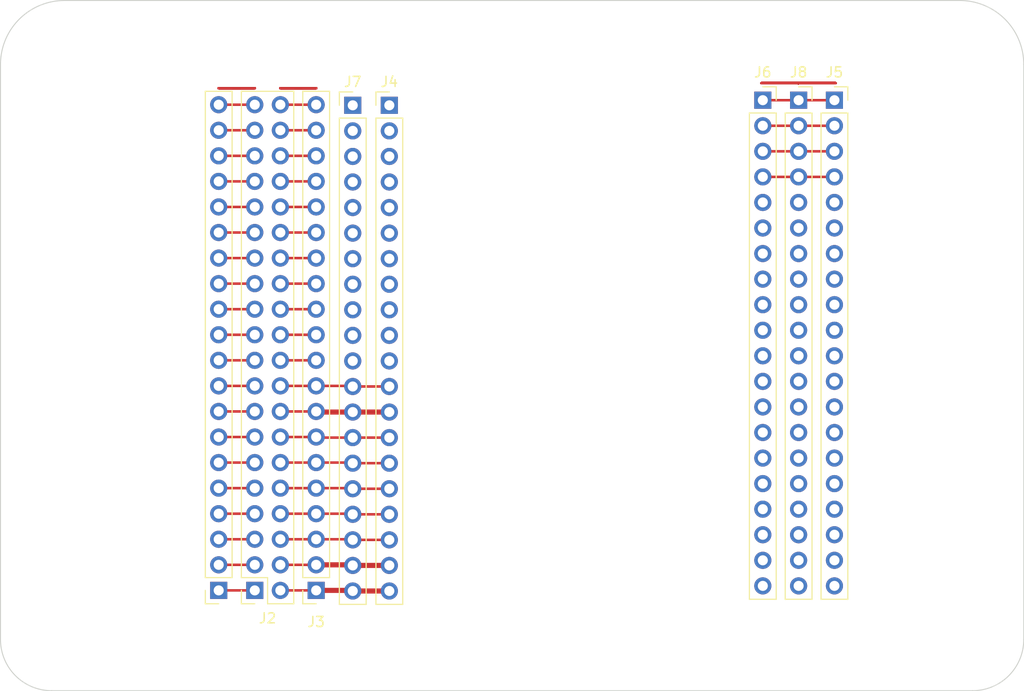
<source format=kicad_pcb>
(kicad_pcb (version 20221018) (generator pcbnew)
  (layers (0 "F.Cu" signal) (31 "B.Cu" signal) (34 "B.Paste" user) (35 "F.Paste" user) (36 "B.SilkS" user "B.Silkscreen") (37 "F.SilkS" user "F.Silkscreen") (38 "B.Mask" user) (39 "F.Mask" user) (44 "Edge.Cuts" user))
  (net 0 "")
  (net 1 "Net-(J5-Pin_1)")
  (net 2 "Net-(J5-Pin_2)")
  (net 3 "Net-(J5-Pin_3)")
  (net 4 "Net-(J5-Pin_4)")
  (net 5 "Net-(J5-Pin_5)")
  (net 6 "Net-(J5-Pin_6)")
  (net 7 "Net-(J5-Pin_7)")
  (net 8 "Net-(J5-Pin_8)")
  (net 9 "Net-(J5-Pin_9)")
  (net 10 "Net-(J5-Pin_10)")
  (net 11 "Net-(J5-Pin_11)")
  (net 12 "Net-(J5-Pin_12)")
  (net 13 "Net-(J5-Pin_13)")
  (net 14 "Net-(J5-Pin_14)")
  (net 15 "Net-(J5-Pin_15)")
  (net 16 "Net-(J5-Pin_16)")
  (net 17 "Net-(J5-Pin_17)")
  (net 18 "Net-(J5-Pin_18)")
  (net 19 "Net-(J5-Pin_19)")
  (net 20 "Net-(J5-Pin_20)")
  (net 21 "Net-(J1-Pin_2)")
  (net 22 "Net-(J1-Pin_1)")
  (net 23 "Net-(J1-Pin_4)")
  (net 24 "Net-(J1-Pin_6)")
  (net 25 "Net-(J1-Pin_8)")
  (net 26 "Net-(J1-Pin_10)")
  (net 27 "Net-(J1-Pin_12)")
  (net 28 "Net-(J1-Pin_14)")
  (net 29 "Net-(J1-Pin_16)")
  (net 30 "Net-(J1-Pin_18)")
  (net 31 "Net-(J1-Pin_3)")
  (net 32 "Net-(J1-Pin_5)")
  (net 33 "Net-(J1-Pin_7)")
  (net 34 "Net-(J1-Pin_9)")
  (net 35 "Net-(J1-Pin_11)")
  (net 36 "Net-(J1-Pin_13)")
  (net 37 "Net-(J1-Pin_15)")
  (net 38 "Net-(J1-Pin_17)")
  (net 39 "Net-(J1-Pin_19)")
  (net 40 "Net-(J1-Pin_20)")
  (net 41 "Net-(J2-Pin_40)")
  (net 42 "Net-(J2-Pin_38)")
  (net 43 "Net-(J2-Pin_36)")
  (net 44 "Net-(J2-Pin_34)")
  (net 45 "Net-(J2-Pin_32)")
  (net 46 "Net-(J2-Pin_30)")
  (net 47 "Net-(J2-Pin_28)")
  (net 48 "Net-(J2-Pin_26)")
  (net 49 "Net-(J2-Pin_24)")
  (net 50 "Net-(J2-Pin_22)")
  (net 51 "Net-(J2-Pin_20)")
  (net 52 "Net-(J2-Pin_18)")
  (net 53 "Net-(J2-Pin_16)")
  (net 54 "Net-(J2-Pin_14)")
  (net 55 "Net-(J2-Pin_12)")
  (net 56 "Net-(J2-Pin_10)")
  (net 57 "Net-(J2-Pin_8)")
  (net 58 "Net-(J2-Pin_6)")
  (net 59 "Net-(J2-Pin_4)")
  (net 60 "Net-(J2-Pin_2)")
  (footprint "Connector_PinSocket_2.54mm:PinSocket_1x20_P2.54mm_Vertical" (layer "F.Cu") (at 151.892 60.706)
    (fp_text reference "J6" (at 0 -2.77) (layer "F.SilkS"))
    (fp_text value "Conn_01x20_Socket")
    (fp_line (start -1.33 1.27) (end -1.33 49.59) (stroke (width 0.12)) (layer "F.SilkS"))
    (fp_line (start -1.33 1.27) (end 1.33 1.27) (stroke (width 0.12)) (layer "F.SilkS"))
    (fp_line (start -1.33 49.59) (end 1.33 49.59) (stroke (width 0.12)) (layer "F.SilkS"))
    (fp_line (start 0 -1.33) (end 1.33 -1.33) (stroke (width 0.12)) (layer "F.SilkS"))
    (fp_line (start 1.33 -1.33) (end 1.33 0) (stroke (width 0.12)) (layer "F.SilkS"))
    (fp_line (start 1.33 1.27) (end 1.33 49.59) (stroke (width 0.12)) (layer "F.SilkS"))
    (pad "1" thru_hole rect (at 0 0) (size 1.7 1.7) (drill 1) (layers "*.Cu" "*.Mask") (net 1 "Net-(J5-Pin_1)"))
    (pad "2" thru_hole oval (at 0 2.54) (size 1.7 1.7) (drill 1) (layers "*.Cu" "*.Mask") (net 2 "Net-(J5-Pin_2)"))
    (pad "3" thru_hole oval (at 0 5.08) (size 1.7 1.7) (drill 1) (layers "*.Cu" "*.Mask") (net 3 "Net-(J5-Pin_3)"))
    (pad "4" thru_hole oval (at 0 7.62) (size 1.7 1.7) (drill 1) (layers "*.Cu" "*.Mask") (net 4 "Net-(J5-Pin_4)"))
    (pad "5" thru_hole oval (at 0 10.16) (size 1.7 1.7) (drill 1) (layers "*.Cu" "*.Mask") (net 5 "Net-(J5-Pin_5)"))
    (pad "6" thru_hole oval (at 0 12.7) (size 1.7 1.7) (drill 1) (layers "*.Cu" "*.Mask") (net 6 "Net-(J5-Pin_6)"))
    (pad "7" thru_hole oval (at 0 15.24) (size 1.7 1.7) (drill 1) (layers "*.Cu" "*.Mask") (net 7 "Net-(J5-Pin_7)"))
    (pad "8" thru_hole oval (at 0 17.78) (size 1.7 1.7) (drill 1) (layers "*.Cu" "*.Mask") (net 8 "Net-(J5-Pin_8)"))
    (pad "9" thru_hole oval (at 0 20.32) (size 1.7 1.7) (drill 1) (layers "*.Cu" "*.Mask") (net 9 "Net-(J5-Pin_9)"))
    (pad "10" thru_hole oval (at 0 22.86) (size 1.7 1.7) (drill 1) (layers "*.Cu" "*.Mask") (net 10 "Net-(J5-Pin_10)"))
    (pad "11" thru_hole oval (at 0 25.4) (size 1.7 1.7) (drill 1) (layers "*.Cu" "*.Mask") (net 11 "Net-(J5-Pin_11)"))
    (pad "12" thru_hole oval (at 0 27.94) (size 1.7 1.7) (drill 1) (layers "*.Cu" "*.Mask") (net 12 "Net-(J5-Pin_12)"))
    (pad "13" thru_hole oval (at 0 30.48) (size 1.7 1.7) (drill 1) (layers "*.Cu" "*.Mask") (net 13 "Net-(J5-Pin_13)"))
    (pad "14" thru_hole oval (at 0 33.02) (size 1.7 1.7) (drill 1) (layers "*.Cu" "*.Mask") (net 14 "Net-(J5-Pin_14)"))
    (pad "15" thru_hole oval (at 0 35.56) (size 1.7 1.7) (drill 1) (layers "*.Cu" "*.Mask") (net 15 "Net-(J5-Pin_15)"))
    (pad "16" thru_hole oval (at 0 38.1) (size 1.7 1.7) (drill 1) (layers "*.Cu" "*.Mask") (net 16 "Net-(J5-Pin_16)"))
    (pad "17" thru_hole oval (at 0 40.64) (size 1.7 1.7) (drill 1) (layers "*.Cu" "*.Mask") (net 17 "Net-(J5-Pin_17)"))
    (pad "18" thru_hole oval (at 0 43.18) (size 1.7 1.7) (drill 1) (layers "*.Cu" "*.Mask") (net 18 "Net-(J5-Pin_18)"))
    (pad "19" thru_hole oval (at 0 45.72) (size 1.7 1.7) (drill 1) (layers "*.Cu" "*.Mask") (net 19 "Net-(J5-Pin_19)"))
    (pad "20" thru_hole oval (at 0 48.26) (size 1.7 1.7) (drill 1) (layers "*.Cu" "*.Mask") (net 20 "Net-(J5-Pin_20)"))
  )
  (footprint "Connector_PinSocket_2.54mm:PinSocket_1x20_P2.54mm_Vertical" (layer "F.Cu") (at 159.004 60.706)
    (fp_text reference "J5" (at 0 -2.77) (layer "F.SilkS"))
    (fp_text value "Conn_01x20_Socket")
    (fp_line (start -1.33 1.27) (end -1.33 49.59) (stroke (width 0.12)) (layer "F.SilkS"))
    (fp_line (start -1.33 1.27) (end 1.33 1.27) (stroke (width 0.12)) (layer "F.SilkS"))
    (fp_line (start -1.33 49.59) (end 1.33 49.59) (stroke (width 0.12)) (layer "F.SilkS"))
    (fp_line (start 0 -1.33) (end 1.33 -1.33) (stroke (width 0.12)) (layer "F.SilkS"))
    (fp_line (start 1.33 -1.33) (end 1.33 0) (stroke (width 0.12)) (layer "F.SilkS"))
    (fp_line (start 1.33 1.27) (end 1.33 49.59) (stroke (width 0.12)) (layer "F.SilkS"))
    (pad "1" thru_hole rect (at 0 0) (size 1.7 1.7) (drill 1) (layers "*.Cu" "*.Mask") (net 1 "Net-(J5-Pin_1)"))
    (pad "2" thru_hole oval (at 0 2.54) (size 1.7 1.7) (drill 1) (layers "*.Cu" "*.Mask") (net 2 "Net-(J5-Pin_2)"))
    (pad "3" thru_hole oval (at 0 5.08) (size 1.7 1.7) (drill 1) (layers "*.Cu" "*.Mask") (net 3 "Net-(J5-Pin_3)"))
    (pad "4" thru_hole oval (at 0 7.62) (size 1.7 1.7) (drill 1) (layers "*.Cu" "*.Mask") (net 4 "Net-(J5-Pin_4)"))
    (pad "5" thru_hole oval (at 0 10.16) (size 1.7 1.7) (drill 1) (layers "*.Cu" "*.Mask") (net 5 "Net-(J5-Pin_5)"))
    (pad "6" thru_hole oval (at 0 12.7) (size 1.7 1.7) (drill 1) (layers "*.Cu" "*.Mask") (net 6 "Net-(J5-Pin_6)"))
    (pad "7" thru_hole oval (at 0 15.24) (size 1.7 1.7) (drill 1) (layers "*.Cu" "*.Mask") (net 7 "Net-(J5-Pin_7)"))
    (pad "8" thru_hole oval (at 0 17.78) (size 1.7 1.7) (drill 1) (layers "*.Cu" "*.Mask") (net 8 "Net-(J5-Pin_8)"))
    (pad "9" thru_hole oval (at 0 20.32) (size 1.7 1.7) (drill 1) (layers "*.Cu" "*.Mask") (net 9 "Net-(J5-Pin_9)"))
    (pad "10" thru_hole oval (at 0 22.86) (size 1.7 1.7) (drill 1) (layers "*.Cu" "*.Mask") (net 10 "Net-(J5-Pin_10)"))
    (pad "11" thru_hole oval (at 0 25.4) (size 1.7 1.7) (drill 1) (layers "*.Cu" "*.Mask") (net 11 "Net-(J5-Pin_11)"))
    (pad "12" thru_hole oval (at 0 27.94) (size 1.7 1.7) (drill 1) (layers "*.Cu" "*.Mask") (net 12 "Net-(J5-Pin_12)"))
    (pad "13" thru_hole oval (at 0 30.48) (size 1.7 1.7) (drill 1) (layers "*.Cu" "*.Mask") (net 13 "Net-(J5-Pin_13)"))
    (pad "14" thru_hole oval (at 0 33.02) (size 1.7 1.7) (drill 1) (layers "*.Cu" "*.Mask") (net 14 "Net-(J5-Pin_14)"))
    (pad "15" thru_hole oval (at 0 35.56) (size 1.7 1.7) (drill 1) (layers "*.Cu" "*.Mask") (net 15 "Net-(J5-Pin_15)"))
    (pad "16" thru_hole oval (at 0 38.1) (size 1.7 1.7) (drill 1) (layers "*.Cu" "*.Mask") (net 16 "Net-(J5-Pin_16)"))
    (pad "17" thru_hole oval (at 0 40.64) (size 1.7 1.7) (drill 1) (layers "*.Cu" "*.Mask") (net 17 "Net-(J5-Pin_17)"))
    (pad "18" thru_hole oval (at 0 43.18) (size 1.7 1.7) (drill 1) (layers "*.Cu" "*.Mask") (net 18 "Net-(J5-Pin_18)"))
    (pad "19" thru_hole oval (at 0 45.72) (size 1.7 1.7) (drill 1) (layers "*.Cu" "*.Mask") (net 19 "Net-(J5-Pin_19)"))
    (pad "20" thru_hole oval (at 0 48.26) (size 1.7 1.7) (drill 1) (layers "*.Cu" "*.Mask") (net 20 "Net-(J5-Pin_20)"))
  )
  (footprint "Connector_PinHeader_2.54mm:PinHeader_1x20_P2.54mm_Vertical" (layer "F.Cu") (at 114.808 61.214)
    (fp_text reference "J4" (at 0 -2.33) (layer "F.SilkS"))
    (fp_text value "Conn_01x20_Socket")
    (fp_line (start -1.33 -1.33) (end 0 -1.33) (stroke (width 0.12)) (layer "F.SilkS"))
    (fp_line (start -1.33 0) (end -1.33 -1.33) (stroke (width 0.12)) (layer "F.SilkS"))
    (fp_line (start -1.33 1.27) (end -1.33 49.59) (stroke (width 0.12)) (layer "F.SilkS"))
    (fp_line (start -1.33 1.27) (end 1.33 1.27) (stroke (width 0.12)) (layer "F.SilkS"))
    (fp_line (start -1.33 49.59) (end 1.33 49.59) (stroke (width 0.12)) (layer "F.SilkS"))
    (fp_line (start 1.33 1.27) (end 1.33 49.59) (stroke (width 0.12)) (layer "F.SilkS"))
    (pad "1" thru_hole rect (at 0 0) (size 1.7 1.7) (drill 1) (layers "*.Cu" "*.Mask") (net 41 "Net-(J2-Pin_40)"))
    (pad "2" thru_hole oval (at 0 2.54) (size 1.7 1.7) (drill 1) (layers "*.Cu" "*.Mask") (net 42 "Net-(J2-Pin_38)"))
    (pad "3" thru_hole oval (at 0 5.08) (size 1.7 1.7) (drill 1) (layers "*.Cu" "*.Mask") (net 43 "Net-(J2-Pin_36)"))
    (pad "4" thru_hole oval (at 0 7.62) (size 1.7 1.7) (drill 1) (layers "*.Cu" "*.Mask") (net 44 "Net-(J2-Pin_34)"))
    (pad "5" thru_hole oval (at 0 10.16) (size 1.7 1.7) (drill 1) (layers "*.Cu" "*.Mask") (net 45 "Net-(J2-Pin_32)"))
    (pad "6" thru_hole oval (at 0 12.7) (size 1.7 1.7) (drill 1) (layers "*.Cu" "*.Mask") (net 46 "Net-(J2-Pin_30)"))
    (pad "7" thru_hole oval (at 0 15.24) (size 1.7 1.7) (drill 1) (layers "*.Cu" "*.Mask") (net 47 "Net-(J2-Pin_28)"))
    (pad "8" thru_hole oval (at 0 17.78) (size 1.7 1.7) (drill 1) (layers "*.Cu" "*.Mask") (net 48 "Net-(J2-Pin_26)"))
    (pad "9" thru_hole oval (at 0 20.32) (size 1.7 1.7) (drill 1) (layers "*.Cu" "*.Mask") (net 49 "Net-(J2-Pin_24)"))
    (pad "10" thru_hole oval (at 0 22.86) (size 1.7 1.7) (drill 1) (layers "*.Cu" "*.Mask") (net 50 "Net-(J2-Pin_22)"))
    (pad "11" thru_hole oval (at 0 25.4) (size 1.7 1.7) (drill 1) (layers "*.Cu" "*.Mask") (net 51 "Net-(J2-Pin_20)"))
    (pad "12" thru_hole oval (at 0 27.94) (size 1.7 1.7) (drill 1) (layers "*.Cu" "*.Mask") (net 52 "Net-(J2-Pin_18)"))
    (pad "13" thru_hole oval (at 0 30.48) (size 1.7 1.7) (drill 1) (layers "*.Cu" "*.Mask") (net 53 "Net-(J2-Pin_16)"))
    (pad "14" thru_hole oval (at 0 33.02) (size 1.7 1.7) (drill 1) (layers "*.Cu" "*.Mask") (net 54 "Net-(J2-Pin_14)"))
    (pad "15" thru_hole oval (at 0 35.56) (size 1.7 1.7) (drill 1) (layers "*.Cu" "*.Mask") (net 55 "Net-(J2-Pin_12)"))
    (pad "16" thru_hole oval (at 0 38.1) (size 1.7 1.7) (drill 1) (layers "*.Cu" "*.Mask") (net 56 "Net-(J2-Pin_10)"))
    (pad "17" thru_hole oval (at 0 40.64) (size 1.7 1.7) (drill 1) (layers "*.Cu" "*.Mask") (net 57 "Net-(J2-Pin_8)"))
    (pad "18" thru_hole oval (at 0 43.18) (size 1.7 1.7) (drill 1) (layers "*.Cu" "*.Mask") (net 58 "Net-(J2-Pin_6)"))
    (pad "19" thru_hole oval (at 0 45.72) (size 1.7 1.7) (drill 1) (layers "*.Cu" "*.Mask") (net 59 "Net-(J2-Pin_4)"))
    (pad "20" thru_hole oval (at 0 48.26) (size 1.7 1.7) (drill 1) (layers "*.Cu" "*.Mask") (net 60 "Net-(J2-Pin_2)"))
  )
  (footprint "Connector_PinHeader_2.54mm:PinHeader_1x20_P2.54mm_Vertical" (layer "F.Cu") (at 111.1758 61.214)
    (fp_text reference "J7" (at 0 -2.33) (layer "F.SilkS"))
    (fp_text value "Conn_01x20_Socket")
    (fp_line (start -1.33 -1.33) (end 0 -1.33) (stroke (width 0.12)) (layer "F.SilkS"))
    (fp_line (start -1.33 0) (end -1.33 -1.33) (stroke (width 0.12)) (layer "F.SilkS"))
    (fp_line (start -1.33 1.27) (end -1.33 49.59) (stroke (width 0.12)) (layer "F.SilkS"))
    (fp_line (start -1.33 1.27) (end 1.33 1.27) (stroke (width 0.12)) (layer "F.SilkS"))
    (fp_line (start -1.33 49.59) (end 1.33 49.59) (stroke (width 0.12)) (layer "F.SilkS"))
    (fp_line (start 1.33 1.27) (end 1.33 49.59) (stroke (width 0.12)) (layer "F.SilkS"))
    (pad "1" thru_hole rect (at 0 0) (size 1.7 1.7) (drill 1) (layers "*.Cu" "*.Mask") (net 41 "Net-(J2-Pin_40)"))
    (pad "2" thru_hole oval (at 0 2.54) (size 1.7 1.7) (drill 1) (layers "*.Cu" "*.Mask") (net 42 "Net-(J2-Pin_38)"))
    (pad "3" thru_hole oval (at 0 5.08) (size 1.7 1.7) (drill 1) (layers "*.Cu" "*.Mask") (net 43 "Net-(J2-Pin_36)"))
    (pad "4" thru_hole oval (at 0 7.62) (size 1.7 1.7) (drill 1) (layers "*.Cu" "*.Mask") (net 44 "Net-(J2-Pin_34)"))
    (pad "5" thru_hole oval (at 0 10.16) (size 1.7 1.7) (drill 1) (layers "*.Cu" "*.Mask") (net 45 "Net-(J2-Pin_32)"))
    (pad "6" thru_hole oval (at 0 12.7) (size 1.7 1.7) (drill 1) (layers "*.Cu" "*.Mask") (net 46 "Net-(J2-Pin_30)"))
    (pad "7" thru_hole oval (at 0 15.24) (size 1.7 1.7) (drill 1) (layers "*.Cu" "*.Mask") (net 47 "Net-(J2-Pin_28)"))
    (pad "8" thru_hole oval (at 0 17.78) (size 1.7 1.7) (drill 1) (layers "*.Cu" "*.Mask") (net 48 "Net-(J2-Pin_26)"))
    (pad "9" thru_hole oval (at 0 20.32) (size 1.7 1.7) (drill 1) (layers "*.Cu" "*.Mask") (net 49 "Net-(J2-Pin_24)"))
    (pad "10" thru_hole oval (at 0 22.86) (size 1.7 1.7) (drill 1) (layers "*.Cu" "*.Mask") (net 50 "Net-(J2-Pin_22)"))
    (pad "11" thru_hole oval (at 0 25.4) (size 1.7 1.7) (drill 1) (layers "*.Cu" "*.Mask") (net 51 "Net-(J2-Pin_20)"))
    (pad "12" thru_hole oval (at 0 27.94) (size 1.7 1.7) (drill 1) (layers "*.Cu" "*.Mask") (net 52 "Net-(J2-Pin_18)"))
    (pad "13" thru_hole oval (at 0 30.48) (size 1.7 1.7) (drill 1) (layers "*.Cu" "*.Mask") (net 53 "Net-(J2-Pin_16)"))
    (pad "14" thru_hole oval (at 0 33.02) (size 1.7 1.7) (drill 1) (layers "*.Cu" "*.Mask") (net 54 "Net-(J2-Pin_14)"))
    (pad "15" thru_hole oval (at 0 35.56) (size 1.7 1.7) (drill 1) (layers "*.Cu" "*.Mask") (net 55 "Net-(J2-Pin_12)"))
    (pad "16" thru_hole oval (at 0 38.1) (size 1.7 1.7) (drill 1) (layers "*.Cu" "*.Mask") (net 56 "Net-(J2-Pin_10)"))
    (pad "17" thru_hole oval (at 0 40.64) (size 1.7 1.7) (drill 1) (layers "*.Cu" "*.Mask") (net 57 "Net-(J2-Pin_8)"))
    (pad "18" thru_hole oval (at 0 43.18) (size 1.7 1.7) (drill 1) (layers "*.Cu" "*.Mask") (net 58 "Net-(J2-Pin_6)"))
    (pad "19" thru_hole oval (at 0 45.72) (size 1.7 1.7) (drill 1) (layers "*.Cu" "*.Mask") (net 59 "Net-(J2-Pin_4)"))
    (pad "20" thru_hole oval (at 0 48.26) (size 1.7 1.7) (drill 1) (layers "*.Cu" "*.Mask") (net 60 "Net-(J2-Pin_2)"))
  )
  (footprint "Connector_PinSocket_2.54mm:PinSocket_1x20_P2.54mm_Vertical" (layer "F.Cu") (at 97.8662 109.414 180)
    (fp_text reference "J1" hide)
    (fp_text value "Conn_01x20_Socket" hide)
    (fp_line (start -1.33 1.27) (end -1.33 49.59) (stroke (width 0.12)) (layer "F.SilkS"))
    (fp_line (start -1.33 1.27) (end 1.33 1.27) (stroke (width 0.12)) (layer "F.SilkS"))
    (fp_line (start -1.33 49.59) (end 1.33 49.59) (stroke (width 0.12)) (layer "F.SilkS"))
    (fp_line (start 0 -1.33) (end 1.33 -1.33) (stroke (width 0.12)) (layer "F.SilkS"))
    (fp_line (start 1.33 -1.33) (end 1.33 0) (stroke (width 0.12)) (layer "F.SilkS"))
    (fp_line (start 1.33 1.27) (end 1.33 49.59) (stroke (width 0.12)) (layer "F.SilkS"))
    (pad "1" thru_hole rect (at 0 0 180) (size 1.7 1.7) (drill 1) (layers "*.Cu" "*.Mask") (net 22 "Net-(J1-Pin_1)"))
    (pad "2" thru_hole oval (at 0 2.54 180) (size 1.7 1.7) (drill 1) (layers "*.Cu" "*.Mask") (net 21 "Net-(J1-Pin_2)"))
    (pad "3" thru_hole oval (at 0 5.08 180) (size 1.7 1.7) (drill 1) (layers "*.Cu" "*.Mask") (net 31 "Net-(J1-Pin_3)"))
    (pad "4" thru_hole oval (at 0 7.62 180) (size 1.7 1.7) (drill 1) (layers "*.Cu" "*.Mask") (net 23 "Net-(J1-Pin_4)"))
    (pad "5" thru_hole oval (at 0 10.16 180) (size 1.7 1.7) (drill 1) (layers "*.Cu" "*.Mask") (net 32 "Net-(J1-Pin_5)"))
    (pad "6" thru_hole oval (at 0 12.7 180) (size 1.7 1.7) (drill 1) (layers "*.Cu" "*.Mask") (net 24 "Net-(J1-Pin_6)"))
    (pad "7" thru_hole oval (at 0 15.24 180) (size 1.7 1.7) (drill 1) (layers "*.Cu" "*.Mask") (net 33 "Net-(J1-Pin_7)"))
    (pad "8" thru_hole oval (at 0 17.78 180) (size 1.7 1.7) (drill 1) (layers "*.Cu" "*.Mask") (net 25 "Net-(J1-Pin_8)"))
    (pad "9" thru_hole oval (at 0 20.32 180) (size 1.7 1.7) (drill 1) (layers "*.Cu" "*.Mask") (net 34 "Net-(J1-Pin_9)"))
    (pad "10" thru_hole oval (at 0 22.86 180) (size 1.7 1.7) (drill 1) (layers "*.Cu" "*.Mask") (net 26 "Net-(J1-Pin_10)"))
    (pad "11" thru_hole oval (at 0 25.4 180) (size 1.7 1.7) (drill 1) (layers "*.Cu" "*.Mask") (net 35 "Net-(J1-Pin_11)"))
    (pad "12" thru_hole oval (at 0 27.94 180) (size 1.7 1.7) (drill 1) (layers "*.Cu" "*.Mask") (net 27 "Net-(J1-Pin_12)"))
    (pad "13" thru_hole oval (at 0 30.48 180) (size 1.7 1.7) (drill 1) (layers "*.Cu" "*.Mask") (net 36 "Net-(J1-Pin_13)"))
    (pad "14" thru_hole oval (at 0 33.02 180) (size 1.7 1.7) (drill 1) (layers "*.Cu" "*.Mask") (net 28 "Net-(J1-Pin_14)"))
    (pad "15" thru_hole oval (at 0 35.56 180) (size 1.7 1.7) (drill 1) (layers "*.Cu" "*.Mask") (net 37 "Net-(J1-Pin_15)"))
    (pad "16" thru_hole oval (at 0 38.1 180) (size 1.7 1.7) (drill 1) (layers "*.Cu" "*.Mask") (net 29 "Net-(J1-Pin_16)"))
    (pad "17" thru_hole oval (at 0 40.64 180) (size 1.7 1.7) (drill 1) (layers "*.Cu" "*.Mask") (net 38 "Net-(J1-Pin_17)"))
    (pad "18" thru_hole oval (at 0 43.18 180) (size 1.7 1.7) (drill 1) (layers "*.Cu" "*.Mask") (net 30 "Net-(J1-Pin_18)"))
    (pad "19" thru_hole oval (at 0 45.72 180) (size 1.7 1.7) (drill 1) (layers "*.Cu" "*.Mask") (net 39 "Net-(J1-Pin_19)"))
    (pad "20" thru_hole oval (at 0 48.26 180) (size 1.7 1.7) (drill 1) (layers "*.Cu" "*.Mask") (net 40 "Net-(J1-Pin_20)"))
  )
  (footprint "Connector_PinSocket_2.54mm:PinSocket_1x20_P2.54mm_Vertical" (layer "F.Cu") (at 107.5436 109.414 180)
    (fp_text reference "J3" (at 0 -3.1334) (layer "F.SilkS"))
    (fp_text value "Conn_01x20_Socket")
    (fp_line (start -1.33 1.27) (end -1.33 49.59) (stroke (width 0.12)) (layer "F.SilkS"))
    (fp_line (start -1.33 1.27) (end 1.33 1.27) (stroke (width 0.12)) (layer "F.SilkS"))
    (fp_line (start -1.33 49.59) (end 1.33 49.59) (stroke (width 0.12)) (layer "F.SilkS"))
    (fp_line (start 0 -1.33) (end 1.33 -1.33) (stroke (width 0.12)) (layer "F.SilkS"))
    (fp_line (start 1.33 -1.33) (end 1.33 0) (stroke (width 0.12)) (layer "F.SilkS"))
    (fp_line (start 1.33 1.27) (end 1.33 49.59) (stroke (width 0.12)) (layer "F.SilkS"))
    (pad "1" thru_hole rect (at 0 0 180) (size 1.7 1.7) (drill 1) (layers "*.Cu" "*.Mask") (net 60 "Net-(J2-Pin_2)"))
    (pad "2" thru_hole oval (at 0 2.54 180) (size 1.7 1.7) (drill 1) (layers "*.Cu" "*.Mask") (net 59 "Net-(J2-Pin_4)"))
    (pad "3" thru_hole oval (at 0 5.08 180) (size 1.7 1.7) (drill 1) (layers "*.Cu" "*.Mask") (net 58 "Net-(J2-Pin_6)"))
    (pad "4" thru_hole oval (at 0 7.62 180) (size 1.7 1.7) (drill 1) (layers "*.Cu" "*.Mask") (net 57 "Net-(J2-Pin_8)"))
    (pad "5" thru_hole oval (at 0 10.16 180) (size 1.7 1.7) (drill 1) (layers "*.Cu" "*.Mask") (net 56 "Net-(J2-Pin_10)"))
    (pad "6" thru_hole oval (at 0 12.7 180) (size 1.7 1.7) (drill 1) (layers "*.Cu" "*.Mask") (net 55 "Net-(J2-Pin_12)"))
    (pad "7" thru_hole oval (at 0 15.24 180) (size 1.7 1.7) (drill 1) (layers "*.Cu" "*.Mask") (net 54 "Net-(J2-Pin_14)"))
    (pad "8" thru_hole oval (at 0 17.78 180) (size 1.7 1.7) (drill 1) (layers "*.Cu" "*.Mask") (net 53 "Net-(J2-Pin_16)"))
    (pad "9" thru_hole oval (at 0 20.32 180) (size 1.7 1.7) (drill 1) (layers "*.Cu" "*.Mask") (net 52 "Net-(J2-Pin_18)"))
    (pad "10" thru_hole oval (at 0 22.86 180) (size 1.7 1.7) (drill 1) (layers "*.Cu" "*.Mask") (net 51 "Net-(J2-Pin_20)"))
    (pad "11" thru_hole oval (at 0 25.4 180) (size 1.7 1.7) (drill 1) (layers "*.Cu" "*.Mask") (net 50 "Net-(J2-Pin_22)"))
    (pad "12" thru_hole oval (at 0 27.94 180) (size 1.7 1.7) (drill 1) (layers "*.Cu" "*.Mask") (net 49 "Net-(J2-Pin_24)"))
    (pad "13" thru_hole oval (at 0 30.48 180) (size 1.7 1.7) (drill 1) (layers "*.Cu" "*.Mask") (net 48 "Net-(J2-Pin_26)"))
    (pad "14" thru_hole oval (at 0 33.02 180) (size 1.7 1.7) (drill 1) (layers "*.Cu" "*.Mask") (net 47 "Net-(J2-Pin_28)"))
    (pad "15" thru_hole oval (at 0 35.56 180) (size 1.7 1.7) (drill 1) (layers "*.Cu" "*.Mask") (net 46 "Net-(J2-Pin_30)"))
    (pad "16" thru_hole oval (at 0 38.1 180) (size 1.7 1.7) (drill 1) (layers "*.Cu" "*.Mask") (net 45 "Net-(J2-Pin_32)"))
    (pad "17" thru_hole oval (at 0 40.64 180) (size 1.7 1.7) (drill 1) (layers "*.Cu" "*.Mask") (net 44 "Net-(J2-Pin_34)"))
    (pad "18" thru_hole oval (at 0 43.18 180) (size 1.7 1.7) (drill 1) (layers "*.Cu" "*.Mask") (net 43 "Net-(J2-Pin_36)"))
    (pad "19" thru_hole oval (at 0 45.72 180) (size 1.7 1.7) (drill 1) (layers "*.Cu" "*.Mask") (net 42 "Net-(J2-Pin_38)"))
    (pad "20" thru_hole oval (at 0 48.26 180) (size 1.7 1.7) (drill 1) (layers "*.Cu" "*.Mask") (net 41 "Net-(J2-Pin_40)"))
  )
  (footprint "Connector_PinSocket_2.54mm:PinSocket_2x20_P2.54mm_Vertical" (layer "F.Cu") (at 101.4476 109.414 180)
    (fp_text reference "J2" (at -1.27 -2.77) (layer "F.SilkS"))
    (fp_text value "Conn_02x20_Odd_Even")
    (fp_line (start -3.87 -1.33) (end -3.87 49.59) (stroke (width 0.12)) (layer "F.SilkS"))
    (fp_line (start -3.87 -1.33) (end -1.27 -1.33) (stroke (width 0.12)) (layer "F.SilkS"))
    (fp_line (start -3.87 49.59) (end 1.33 49.59) (stroke (width 0.12)) (layer "F.SilkS"))
    (fp_line (start -1.27 -1.33) (end -1.27 1.27) (stroke (width 0.12)) (layer "F.SilkS"))
    (fp_line (start -1.27 1.27) (end 1.33 1.27) (stroke (width 0.12)) (layer "F.SilkS"))
    (fp_line (start 0 -1.33) (end 1.33 -1.33) (stroke (width 0.12)) (layer "F.SilkS"))
    (fp_line (start 1.33 -1.33) (end 1.33 0) (stroke (width 0.12)) (layer "F.SilkS"))
    (fp_line (start 1.33 1.27) (end 1.33 49.59) (stroke (width 0.12)) (layer "F.SilkS"))
    (pad "1" thru_hole rect (at 0 0 180) (size 1.7 1.7) (drill 1) (layers "*.Cu" "*.Mask") (net 22 "Net-(J1-Pin_1)"))
    (pad "2" thru_hole oval (at -2.54 0 180) (size 1.7 1.7) (drill 1) (layers "*.Cu" "*.Mask") (net 60 "Net-(J2-Pin_2)"))
    (pad "3" thru_hole oval (at 0 2.54 180) (size 1.7 1.7) (drill 1) (layers "*.Cu" "*.Mask") (net 21 "Net-(J1-Pin_2)"))
    (pad "4" thru_hole oval (at -2.54 2.54 180) (size 1.7 1.7) (drill 1) (layers "*.Cu" "*.Mask") (net 59 "Net-(J2-Pin_4)"))
    (pad "5" thru_hole oval (at 0 5.08 180) (size 1.7 1.7) (drill 1) (layers "*.Cu" "*.Mask") (net 31 "Net-(J1-Pin_3)"))
    (pad "6" thru_hole oval (at -2.54 5.08 180) (size 1.7 1.7) (drill 1) (layers "*.Cu" "*.Mask") (net 58 "Net-(J2-Pin_6)"))
    (pad "7" thru_hole oval (at 0 7.62 180) (size 1.7 1.7) (drill 1) (layers "*.Cu" "*.Mask") (net 23 "Net-(J1-Pin_4)"))
    (pad "8" thru_hole oval (at -2.54 7.62 180) (size 1.7 1.7) (drill 1) (layers "*.Cu" "*.Mask") (net 57 "Net-(J2-Pin_8)"))
    (pad "9" thru_hole oval (at 0 10.16 180) (size 1.7 1.7) (drill 1) (layers "*.Cu" "*.Mask") (net 32 "Net-(J1-Pin_5)"))
    (pad "10" thru_hole oval (at -2.54 10.16 180) (size 1.7 1.7) (drill 1) (layers "*.Cu" "*.Mask") (net 56 "Net-(J2-Pin_10)"))
    (pad "11" thru_hole oval (at 0 12.7 180) (size 1.7 1.7) (drill 1) (layers "*.Cu" "*.Mask") (net 24 "Net-(J1-Pin_6)"))
    (pad "12" thru_hole oval (at -2.54 12.7 180) (size 1.7 1.7) (drill 1) (layers "*.Cu" "*.Mask") (net 55 "Net-(J2-Pin_12)"))
    (pad "13" thru_hole oval (at 0 15.24 180) (size 1.7 1.7) (drill 1) (layers "*.Cu" "*.Mask") (net 33 "Net-(J1-Pin_7)"))
    (pad "14" thru_hole oval (at -2.54 15.24 180) (size 1.7 1.7) (drill 1) (layers "*.Cu" "*.Mask") (net 54 "Net-(J2-Pin_14)"))
    (pad "15" thru_hole oval (at 0 17.78 180) (size 1.7 1.7) (drill 1) (layers "*.Cu" "*.Mask") (net 25 "Net-(J1-Pin_8)"))
    (pad "16" thru_hole oval (at -2.54 17.78 180) (size 1.7 1.7) (drill 1) (layers "*.Cu" "*.Mask") (net 53 "Net-(J2-Pin_16)"))
    (pad "17" thru_hole oval (at 0 20.32 180) (size 1.7 1.7) (drill 1) (layers "*.Cu" "*.Mask") (net 34 "Net-(J1-Pin_9)"))
    (pad "18" thru_hole oval (at -2.54 20.32 180) (size 1.7 1.7) (drill 1) (layers "*.Cu" "*.Mask") (net 52 "Net-(J2-Pin_18)"))
    (pad "19" thru_hole oval (at 0 22.86 180) (size 1.7 1.7) (drill 1) (layers "*.Cu" "*.Mask") (net 26 "Net-(J1-Pin_10)"))
    (pad "20" thru_hole oval (at -2.54 22.86 180) (size 1.7 1.7) (drill 1) (layers "*.Cu" "*.Mask") (net 51 "Net-(J2-Pin_20)"))
    (pad "21" thru_hole oval (at 0 25.4 180) (size 1.7 1.7) (drill 1) (layers "*.Cu" "*.Mask") (net 35 "Net-(J1-Pin_11)"))
    (pad "22" thru_hole oval (at -2.54 25.4 180) (size 1.7 1.7) (drill 1) (layers "*.Cu" "*.Mask") (net 50 "Net-(J2-Pin_22)"))
    (pad "23" thru_hole oval (at 0 27.94 180) (size 1.7 1.7) (drill 1) (layers "*.Cu" "*.Mask") (net 27 "Net-(J1-Pin_12)"))
    (pad "24" thru_hole oval (at -2.54 27.94 180) (size 1.7 1.7) (drill 1) (layers "*.Cu" "*.Mask") (net 49 "Net-(J2-Pin_24)"))
    (pad "25" thru_hole oval (at 0 30.48 180) (size 1.7 1.7) (drill 1) (layers "*.Cu" "*.Mask") (net 36 "Net-(J1-Pin_13)"))
    (pad "26" thru_hole oval (at -2.54 30.48 180) (size 1.7 1.7) (drill 1) (layers "*.Cu" "*.Mask") (net 48 "Net-(J2-Pin_26)"))
    (pad "27" thru_hole oval (at 0 33.02 180) (size 1.7 1.7) (drill 1) (layers "*.Cu" "*.Mask") (net 28 "Net-(J1-Pin_14)"))
    (pad "28" thru_hole oval (at -2.54 33.02 180) (size 1.7 1.7) (drill 1) (layers "*.Cu" "*.Mask") (net 47 "Net-(J2-Pin_28)"))
    (pad "29" thru_hole oval (at 0 35.56 180) (size 1.7 1.7) (drill 1) (layers "*.Cu" "*.Mask") (net 37 "Net-(J1-Pin_15)"))
    (pad "30" thru_hole oval (at -2.54 35.56 180) (size 1.7 1.7) (drill 1) (layers "*.Cu" "*.Mask") (net 46 "Net-(J2-Pin_30)"))
    (pad "31" thru_hole oval (at 0 38.1 180) (size 1.7 1.7) (drill 1) (layers "*.Cu" "*.Mask") (net 29 "Net-(J1-Pin_16)"))
    (pad "32" thru_hole oval (at -2.54 38.1 180) (size 1.7 1.7) (drill 1) (layers "*.Cu" "*.Mask") (net 45 "Net-(J2-Pin_32)"))
    (pad "33" thru_hole oval (at 0 40.64 180) (size 1.7 1.7) (drill 1) (layers "*.Cu" "*.Mask") (net 38 "Net-(J1-Pin_17)"))
    (pad "34" thru_hole oval (at -2.54 40.64 180) (size 1.7 1.7) (drill 1) (layers "*.Cu" "*.Mask") (net 44 "Net-(J2-Pin_34)"))
    (pad "35" thru_hole oval (at 0 43.18 180) (size 1.7 1.7) (drill 1) (layers "*.Cu" "*.Mask") (net 30 "Net-(J1-Pin_18)"))
    (pad "36" thru_hole oval (at -2.54 43.18 180) (size 1.7 1.7) (drill 1) (layers "*.Cu" "*.Mask") (net 43 "Net-(J2-Pin_36)"))
    (pad "37" thru_hole oval (at 0 45.72 180) (size 1.7 1.7) (drill 1) (layers "*.Cu" "*.Mask") (net 39 "Net-(J1-Pin_19)"))
    (pad "38" thru_hole oval (at -2.54 45.72 180) (size 1.7 1.7) (drill 1) (layers "*.Cu" "*.Mask") (net 42 "Net-(J2-Pin_38)"))
    (pad "39" thru_hole oval (at 0 48.26 180) (size 1.7 1.7) (drill 1) (layers "*.Cu" "*.Mask") (net 40 "Net-(J1-Pin_20)"))
    (pad "40" thru_hole oval (at -2.54 48.26 180) (size 1.7 1.7) (drill 1) (layers "*.Cu" "*.Mask") (net 41 "Net-(J2-Pin_40)"))
  )
  (footprint "Connector_PinSocket_2.54mm:PinSocket_1x20_P2.54mm_Vertical" (layer "F.Cu") (at 155.448 60.706)
    (fp_text reference "J8" (at 0 -2.77) (layer "F.SilkS"))
    (fp_text value "Conn_01x20_Socket")
    (fp_line (start -1.33 1.27) (end -1.33 49.59) (stroke (width 0.12)) (layer "F.SilkS"))
    (fp_line (start -1.33 1.27) (end 1.33 1.27) (stroke (width 0.12)) (layer "F.SilkS"))
    (fp_line (start -1.33 49.59) (end 1.33 49.59) (stroke (width 0.12)) (layer "F.SilkS"))
    (fp_line (start 0 -1.33) (end 1.33 -1.33) (stroke (width 0.12)) (layer "F.SilkS"))
    (fp_line (start 1.33 -1.33) (end 1.33 0) (stroke (width 0.12)) (layer "F.SilkS"))
    (fp_line (start 1.33 1.27) (end 1.33 49.59) (stroke (width 0.12)) (layer "F.SilkS"))
    (pad "1" thru_hole rect (at 0 0) (size 1.7 1.7) (drill 1) (layers "*.Cu" "*.Mask") (net 1 "Net-(J5-Pin_1)"))
    (pad "2" thru_hole oval (at 0 2.54) (size 1.7 1.7) (drill 1) (layers "*.Cu" "*.Mask") (net 2 "Net-(J5-Pin_2)"))
    (pad "3" thru_hole oval (at 0 5.08) (size 1.7 1.7) (drill 1) (layers "*.Cu" "*.Mask") (net 3 "Net-(J5-Pin_3)"))
    (pad "4" thru_hole oval (at 0 7.62) (size 1.7 1.7) (drill 1) (layers "*.Cu" "*.Mask") (net 4 "Net-(J5-Pin_4)"))
    (pad "5" thru_hole oval (at 0 10.16) (size 1.7 1.7) (drill 1) (layers "*.Cu" "*.Mask") (net 5 "Net-(J5-Pin_5)"))
    (pad "6" thru_hole oval (at 0 12.7) (size 1.7 1.7) (drill 1) (layers "*.Cu" "*.Mask") (net 6 "Net-(J5-Pin_6)"))
    (pad "7" thru_hole oval (at 0 15.24) (size 1.7 1.7) (drill 1) (layers "*.Cu" "*.Mask") (net 7 "Net-(J5-Pin_7)"))
    (pad "8" thru_hole oval (at 0 17.78) (size 1.7 1.7) (drill 1) (layers "*.Cu" "*.Mask") (net 8 "Net-(J5-Pin_8)"))
    (pad "9" thru_hole oval (at 0 20.32) (size 1.7 1.7) (drill 1) (layers "*.Cu" "*.Mask") (net 9 "Net-(J5-Pin_9)"))
    (pad "10" thru_hole oval (at 0 22.86) (size 1.7 1.7) (drill 1) (layers "*.Cu" "*.Mask") (net 10 "Net-(J5-Pin_10)"))
    (pad "11" thru_hole oval (at 0 25.4) (size 1.7 1.7) (drill 1) (layers "*.Cu" "*.Mask") (net 11 "Net-(J5-Pin_11)"))
    (pad "12" thru_hole oval (at 0 27.94) (size 1.7 1.7) (drill 1) (layers "*.Cu" "*.Mask") (net 12 "Net-(J5-Pin_12)"))
    (pad "13" thru_hole oval (at 0 30.48) (size 1.7 1.7) (drill 1) (layers "*.Cu" "*.Mask") (net 13 "Net-(J5-Pin_13)"))
    (pad "14" thru_hole oval (at 0 33.02) (size 1.7 1.7) (drill 1) (layers "*.Cu" "*.Mask") (net 14 "Net-(J5-Pin_14)"))
    (pad "15" thru_hole oval (at 0 35.56) (size 1.7 1.7) (drill 1) (layers "*.Cu" "*.Mask") (net 15 "Net-(J5-Pin_15)"))
    (pad "16" thru_hole oval (at 0 38.1) (size 1.7 1.7) (drill 1) (layers "*.Cu" "*.Mask") (net 16 "Net-(J5-Pin_16)"))
    (pad "17" thru_hole oval (at 0 40.64) (size 1.7 1.7) (drill 1) (layers "*.Cu" "*.Mask") (net 17 "Net-(J5-Pin_17)"))
    (pad "18" thru_hole oval (at 0 43.18) (size 1.7 1.7) (drill 1) (layers "*.Cu" "*.Mask") (net 18 "Net-(J5-Pin_18)"))
    (pad "19" thru_hole oval (at 0 45.72) (size 1.7 1.7) (drill 1) (layers "*.Cu" "*.Mask") (net 19 "Net-(J5-Pin_19)"))
    (pad "20" thru_hole oval (at 0 48.26) (size 1.7 1.7) (drill 1) (layers "*.Cu" "*.Mask") (net 20 "Net-(J5-Pin_20)"))
  )
  (gr_line (start 177.8 57.15) (end 177.8 114.3) (stroke (width 0.1)) (layer "Edge.Cuts"))
  (gr_line (start 172.72 119.38) (end 81.28 119.38) (stroke (width 0.1)) (layer "Edge.Cuts"))
  (gr_arc (start 177.8 114.3) (mid 176.312102 117.892102) (end 172.72 119.38) (stroke (width 0.1)) (layer "Edge.Cuts"))
  (gr_line (start 76.2 114.3) (end 76.2 57.15) (stroke (width 0.1)) (layer "Edge.Cuts"))
  (gr_arc (start 76.2 57.15) (mid 78.059872 52.659872) (end 82.55 50.8) (stroke (width 0.1)) (layer "Edge.Cuts"))
  (gr_arc (start 171.45 50.8) (mid 175.940128 52.659872) (end 177.8 57.15) (stroke (width 0.1)) (layer "Edge.Cuts"))
  (gr_line (start 82.55 50.8) (end 171.45 50.8) (stroke (width 0.1)) (layer "Edge.Cuts"))
  (gr_arc (start 81.28 119.38) (mid 77.687898 117.892102) (end 76.2 114.3) (stroke (width 0.1)) (layer "Edge.Cuts"))
  (segment (start 159.004 60.706) (end 155.448 60.706) (width 0.25) (layer "F.Cu") (net 1))
  (segment (start 151.892 60.706) (end 155.448 60.706) (width 0.25) (layer "F.Cu") (net 1))
  (segment (start 151.892 63.246) (end 155.448 63.246) (width 0.25) (layer "F.Cu") (net 2))
  (segment (start 159.004 63.246) (end 155.448 63.246) (width 0.25) (layer "F.Cu") (net 2))
  (segment (start 155.448 65.786) (end 151.892 65.786) (width 0.25) (layer "F.Cu") (net 3))
  (segment (start 159.004 65.786) (end 155.448 65.786) (width 0.25) (layer "F.Cu") (net 3))
  (segment (start 159.004 68.326) (end 155.448 68.326) (width 0.25) (layer "F.Cu") (net 4))
  (segment (start 151.892 68.326) (end 155.448 68.326) (width 0.25) (layer "F.Cu") (net 4))
  (segment (start 155.448 59.006) (end 151.7904 59.006) (width 0.25) (layer "F.Cu") (net 17))
  (segment (start 155.448 59.006) (end 159.1056 59.006) (width 0.25) (layer "F.Cu") (net 17))
  (segment (start 155.4226 59.0314) (end 155.448 59.006) (width 0.25) (layer "F.Cu") (net 17))
  (segment (start 155.448 59.006) (end 159.1056 59.006) (width 0.25) (layer "F.Cu") (net 17))
  (segment (start 151.765 59.006) (end 155.4226 59.006) (width 0.25) (layer "F.Cu") (net 17))
  (segment (start 155.448 59.006) (end 159.1056 59.006) (width 0.25) (layer "F.Cu") (net 17))
  (segment (start 151.765 59.006) (end 155.4226 59.006) (width 0.25) (layer "F.Cu") (net 17))
  (segment (start 159.1056 59.006) (end 155.448 59.006) (width 0.25) (layer "F.Cu") (net 17))
  (segment (start 151.765 59.006) (end 155.4226 59.006) (width 0.25) (layer "F.Cu") (net 17))
  (segment (start 151.765 59.006) (end 155.4226 59.006) (width 0.25) (layer "F.Cu") (net 17))
  (segment (start 155.4226 59.0314) (end 155.448 59.006) (width 0.25) (layer "F.Cu") (net 17))
  (segment (start 155.448 59.006) (end 159.1056 59.006) (width 0.25) (layer "F.Cu") (net 17))
  (segment (start 155.4226 59.0314) (end 155.448 59.006) (width 0.25) (layer "F.Cu") (net 17))
  (segment (start 155.4226 59.0314) (end 155.448 59.006) (width 0.25) (layer "F.Cu") (net 17))
  (segment (start 159.1056 59.006) (end 155.448 59.006) (width 0.25) (layer "F.Cu") (net 17))
  (segment (start 155.4226 59.0314) (end 155.448 59.006) (width 0.25) (layer "F.Cu") (net 17))
  (segment (start 155.448 59.006) (end 159.1056 59.006) (width 0.25) (layer "F.Cu") (net 17))
  (segment (start 155.4226 59.0314) (end 155.448 59.006) (width 0.25) (layer "F.Cu") (net 17))
  (segment (start 155.448 59.006) (end 159.1056 59.006) (width 0.25) (layer "F.Cu") (net 17))
  (segment (start 155.4226 59.0314) (end 155.448 59.006) (width 0.25) (layer "F.Cu") (net 17))
  (segment (start 151.765 59.006) (end 155.4226 59.006) (width 0.25) (layer "F.Cu") (net 17))
  (segment (start 151.765 59.006) (end 155.4226 59.006) (width 0.25) (layer "F.Cu") (net 17))
  (segment (start 155.4226 59.0314) (end 155.448 59.006) (width 0.25) (layer "F.Cu") (net 17))
  (segment (start 159.1056 59.006) (end 155.448 59.006) (width 0.25) (layer "F.Cu") (net 17))
  (segment (start 159.1056 59.006) (end 155.448 59.006) (width 0.25) (layer "F.Cu") (net 17))
  (segment (start 151.765 59.006) (end 155.4226 59.006) (width 0.25) (layer "F.Cu") (net 17))
  (segment (start 159.1056 59.006) (end 155.448 59.006) (width 0.25) (layer "F.Cu") (net 17))
  (segment (start 155.4226 59.0314) (end 155.448 59.006) (width 0.25) (layer "F.Cu") (net 17))
  (segment (start 155.448 59.006) (end 151.7904 59.006) (width 0.25) (layer "F.Cu") (net 17))
  (segment (start 155.448 59.006) (end 159.1056 59.006) (width 0.25) (layer "F.Cu") (net 17))
  (segment (start 155.4226 59.0314) (end 155.448 59.006) (width 0.25) (layer "F.Cu") (net 17))
  (segment (start 151.765 59.006) (end 155.4226 59.006) (width 0.25) (layer "F.Cu") (net 17))
  (segment (start 151.765 59.006) (end 155.4226 59.006) (width 0.25) (layer "F.Cu") (net 17))
  (segment (start 159.1056 59.006) (end 155.448 59.006) (width 0.25) (layer "F.Cu") (net 17))
  (segment (start 159.1056 59.006) (end 155.448 59.006) (width 0.25) (layer "F.Cu") (net 17))
  (segment (start 151.765 59.006) (end 155.4226 59.006) (width 0.25) (layer "F.Cu") (net 17))
  (segment (start 155.448 59.006) (end 151.7904 59.006) (width 0.25) (layer "F.Cu") (net 17))
  (segment (start 155.448 59.006) (end 151.7904 59.006) (width 0.25) (layer "F.Cu") (net 17))
  (segment (start 159.1056 59.006) (end 155.448 59.006) (width 0.25) (layer "F.Cu") (net 17))
  (segment (start 155.4226 59.0314) (end 155.448 59.006) (width 0.25) (layer "F.Cu") (net 17))
  (segment (start 151.765 59.006) (end 155.4226 59.006) (width 0.25) (layer "F.Cu") (net 17))
  (segment (start 159.1056 59.006) (end 155.448 59.006) (width 0.25) (layer "F.Cu") (net 17))
  (segment (start 155.4226 59.0314) (end 155.448 59.006) (width 0.25) (layer "F.Cu") (net 17))
  (segment (start 151.765 59.006) (end 155.4226 59.006) (width 0.25) (layer "F.Cu") (net 17))
  (segment (start 155.448 59.006) (end 151.7904 59.006) (width 0.25) (layer "F.Cu") (net 17))
  (segment (start 159.1056 59.006) (end 155.448 59.006) (width 0.25) (layer "F.Cu") (net 17))
  (segment (start 155.448 59.006) (end 151.7904 59.006) (width 0.25) (layer "F.Cu") (net 17))
  (segment (start 155.448 59.006) (end 151.7904 59.006) (width 0.25) (layer "F.Cu") (net 17))
  (segment (start 155.448 59.006) (end 159.1056 59.006) (width 0.25) (layer "F.Cu") (net 17))
  (segment (start 155.4226 59.0314) (end 155.448 59.006) (width 0.25) (layer "F.Cu") (net 17))
  (segment (start 151.765 59.006) (end 155.4226 59.006) (width 0.25) (layer "F.Cu") (net 17))
  (segment (start 159.1056 59.006) (end 155.448 59.006) (width 0.25) (layer "F.Cu") (net 17))
  (segment (start 155.448 59.006) (end 159.1056 59.006) (width 0.25) (layer "F.Cu") (net 17))
  (segment (start 101.4476 59.514) (end 97.8662 59.514) (width 0.25) (layer "F.Cu") (net 21))
  (segment (start 101.4476 59.514) (end 97.8662 59.514) (width 0.25) (layer "F.Cu") (net 21))
  (segment (start 97.8662 59.514) (end 101.4476 59.514) (width 0.25) (layer "F.Cu") (net 21))
  (segment (start 97.8662 59.514) (end 101.4476 59.514) (width 0.25) (layer "F.Cu") (net 21))
  (segment (start 97.8662 59.514) (end 101.4476 59.514) (width 0.25) (layer "F.Cu") (net 21))
  (segment (start 101.4476 59.514) (end 97.8662 59.514) (width 0.25) (layer "F.Cu") (net 21))
  (segment (start 97.8662 106.874) (end 101.4476 106.874) (width 0.25) (layer "F.Cu") (net 21))
  (segment (start 97.8662 59.514) (end 101.4476 59.514) (width 0.25) (layer "F.Cu") (net 21))
  (segment (start 97.8662 59.514) (end 101.4476 59.514) (width 0.25) (layer "F.Cu") (net 21))
  (segment (start 97.8662 59.514) (end 101.4476 59.514) (width 0.25) (layer "F.Cu") (net 21))
  (segment (start 97.8662 59.514) (end 101.4476 59.514) (width 0.25) (layer "F.Cu") (net 21))
  (segment (start 101.4476 59.514) (end 97.8662 59.514) (width 0.25) (layer "F.Cu") (net 21))
  (segment (start 101.4476 59.514) (end 97.8662 59.514) (width 0.25) (layer "F.Cu") (net 21))
  (segment (start 97.8662 59.514) (end 101.4476 59.514) (width 0.25) (layer "F.Cu") (net 21))
  (segment (start 101.4476 59.514) (end 97.8662 59.514) (width 0.25) (layer "F.Cu") (net 21))
  (segment (start 97.8662 59.514) (end 101.4476 59.514) (width 0.25) (layer "F.Cu") (net 21))
  (segment (start 101.4476 59.514) (end 97.8662 59.514) (width 0.25) (layer "F.Cu") (net 21))
  (segment (start 101.4476 59.514) (end 97.8662 59.514) (width 0.25) (layer "F.Cu") (net 21))
  (segment (start 97.8662 59.514) (end 101.4476 59.514) (width 0.25) (layer "F.Cu") (net 21))
  (segment (start 101.4476 59.514) (end 97.8662 59.514) (width 0.25) (layer "F.Cu") (net 21))
  (segment (start 97.8662 59.514) (end 101.4476 59.514) (width 0.25) (layer "F.Cu") (net 21))
  (segment (start 101.4476 109.414) (end 97.8662 109.414) (width 0.25) (layer "F.Cu") (net 22))
  (segment (start 97.8662 101.794) (end 101.4476 101.794) (width 0.25) (layer "F.Cu") (net 23))
  (segment (start 97.8662 96.714) (end 101.4476 96.714) (width 0.25) (layer "F.Cu") (net 24))
  (segment (start 97.8662 91.634) (end 101.4476 91.634) (width 0.25) (layer "F.Cu") (net 25))
  (segment (start 97.8662 86.554) (end 101.4476 86.554) (width 0.25) (layer "F.Cu") (net 26))
  (segment (start 97.8662 81.474) (end 101.4476 81.474) (width 0.25) (layer "F.Cu") (net 27))
  (segment (start 97.8662 76.394) (end 101.4476 76.394) (width 0.25) (layer "F.Cu") (net 28))
  (segment (start 97.8662 71.314) (end 101.4476 71.314) (width 0.25) (layer "F.Cu") (net 29))
  (segment (start 97.8662 66.234) (end 101.4476 66.234) (width 0.25) (layer "F.Cu") (net 30))
  (segment (start 101.4476 104.334) (end 97.8662 104.334) (width 0.25) (layer "F.Cu") (net 31))
  (segment (start 101.4476 99.254) (end 97.8662 99.254) (width 0.25) (layer "F.Cu") (net 32))
  (segment (start 101.4476 94.174) (end 97.8662 94.174) (width 0.25) (layer "F.Cu") (net 33))
  (segment (start 101.4476 89.094) (end 97.8662 89.094) (width 0.25) (layer "F.Cu") (net 34))
  (segment (start 101.4476 84.014) (end 97.8662 84.014) (width 0.25) (layer "F.Cu") (net 35))
  (segment (start 101.4476 78.934) (end 97.8662 78.934) (width 0.25) (layer "F.Cu") (net 36))
  (segment (start 101.4476 73.854) (end 97.8662 73.854) (width 0.25) (layer "F.Cu") (net 37))
  (segment (start 101.4476 68.774) (end 97.8662 68.774) (width 0.25) (layer "F.Cu") (net 38))
  (segment (start 97.8662 63.694) (end 101.4476 63.694) (width 0.25) (layer "F.Cu") (net 39))
  (segment (start 97.8662 61.154) (end 101.4476 61.154) (width 0.25) (layer "F.Cu") (net 40))
  (segment (start 107.5436 61.154) (end 103.9876 61.154) (width 0.25) (layer "F.Cu") (net 41))
  (segment (start 103.9876 63.694) (end 107.5436 63.694) (width 0.25) (layer "F.Cu") (net 42))
  (segment (start 103.9876 66.234) (end 107.5436 66.234) (width 0.25) (layer "F.Cu") (net 43))
  (segment (start 103.9876 68.774) (end 107.5436 68.774) (width 0.25) (layer "F.Cu") (net 44))
  (segment (start 107.5436 71.314) (end 103.9876 71.314) (width 0.25) (layer "F.Cu") (net 45))
  (segment (start 103.9876 73.854) (end 107.5436 73.854) (width 0.25) (layer "F.Cu") (net 46))
  (segment (start 107.5436 76.394) (end 103.9876 76.394) (width 0.25) (layer "F.Cu") (net 47))
  (segment (start 103.9876 78.934) (end 107.5436 78.934) (width 0.25) (layer "F.Cu") (net 48))
  (segment (start 107.5436 81.474) (end 103.9876 81.474) (width 0.25) (layer "F.Cu") (net 49))
  (segment (start 103.9876 84.014) (end 107.5436 84.014) (width 0.25) (layer "F.Cu") (net 50))
  (segment (start 107.5436 86.554) (end 103.9876 86.554) (width 0.25) (layer "F.Cu") (net 51))
  (segment (start 114.808 89.154) (end 111.1758 89.154) (width 0.25) (layer "F.Cu") (net 52))
  (segment (start 111.1158 89.094) (end 111.1758 89.154) (width 0.25) (layer "F.Cu") (net 52))
  (segment (start 103.9876 89.094) (end 107.5436 89.094) (width 0.25) (layer "F.Cu") (net 52))
  (segment (start 107.5436 89.094) (end 111.1158 89.094) (width 0.25) (layer "F.Cu") (net 52))
  (segment (start 107.6036 91.694) (end 107.5436 91.634) (width 0.508) (layer "F.Cu") (net 53))
  (segment (start 114.808 91.694) (end 111.1758 91.694) (width 0.508) (layer "F.Cu") (net 53))
  (segment (start 111.1758 91.694) (end 107.6036 91.694) (width 0.508) (layer "F.Cu") (net 53))
  (segment (start 107.5436 91.634) (end 103.9876 91.634) (width 0.25) (layer "F.Cu") (net 53))
  (segment (start 103.9876 94.174) (end 107.5436 94.174) (width 0.25) (layer "F.Cu") (net 54))
  (segment (start 107.6036 94.234) (end 107.5436 94.174) (width 0.25) (layer "F.Cu") (net 54))
  (segment (start 111.1758 94.234) (end 107.6036 94.234) (width 0.25) (layer "F.Cu") (net 54))
  (segment (start 111.1758 94.234) (end 114.808 94.234) (width 0.25) (layer "F.Cu") (net 54))
  (segment (start 107.5436 96.714) (end 111.1158 96.714) (width 0.25) (layer "F.Cu") (net 55))
  (segment (start 114.808 96.774) (end 111.1758 96.774) (width 0.25) (layer "F.Cu") (net 55))
  (segment (start 107.5436 96.714) (end 103.9876 96.714) (width 0.25) (layer "F.Cu") (net 55))
  (segment (start 111.1158 96.714) (end 111.1758 96.774) (width 0.25) (layer "F.Cu") (net 55))
  (segment (start 107.5436 59.514) (end 103.9876 59.514) (width 0.25) (layer "F.Cu") (net 56))
  (segment (start 107.5436 59.514) (end 103.9876 59.514) (width 0.25) (layer "F.Cu") (net 56))
  (segment (start 103.9876 59.514) (end 107.5436 59.514) (width 0.25) (layer "F.Cu") (net 56))
  (segment (start 107.5436 59.514) (end 103.9876 59.514) (width 0.25) (layer "F.Cu") (net 56))
  (segment (start 103.9876 59.514) (end 107.5436 59.514) (width 0.25) (layer "F.Cu") (net 56))
  (segment (start 107.5436 59.514) (end 103.9876 59.514) (width 0.25) (layer "F.Cu") (net 56))
  (segment (start 103.9876 59.514) (end 107.5436 59.514) (width 0.25) (layer "F.Cu") (net 56))
  (segment (start 103.9876 59.514) (end 107.5436 59.514) (width 0.25) (layer "F.Cu") (net 56))
  (segment (start 103.9876 59.514) (end 107.5436 59.514) (width 0.25) (layer "F.Cu") (net 56))
  (segment (start 107.5436 59.514) (end 103.9876 59.514) (width 0.25) (layer "F.Cu") (net 56))
  (segment (start 103.9876 59.514) (end 107.5436 59.514) (width 0.25) (layer "F.Cu") (net 56))
  (segment (start 103.9876 99.254) (end 107.5436 99.254) (width 0.25) (layer "F.Cu") (net 56))
  (segment (start 107.5436 59.514) (end 103.9876 59.514) (width 0.25) (layer "F.Cu") (net 56))
  (segment (start 111.1158 99.254) (end 111.1758 99.314) (width 0.25) (layer "F.Cu") (net 56))
  (segment (start 103.9876 59.514) (end 107.5436 59.514) (width 0.25) (layer "F.Cu") (net 56))
  (segment (start 107.5436 59.514) (end 103.9876 59.514) (width 0.25) (layer "F.Cu") (net 56))
  (segment (start 103.9876 59.514) (end 107.5436 59.514) (width 0.25) (layer "F.Cu") (net 56))
  (segment (start 103.9876 59.514) (end 107.5436 59.514) (width 0.25) (layer "F.Cu") (net 56))
  (segment (start 103.9876 59.514) (end 107.5436 59.514) (width 0.25) (layer "F.Cu") (net 56))
  (segment (start 107.5436 59.514) (end 103.9876 59.514) (width 0.25) (layer "F.Cu") (net 56))
  (segment (start 107.5436 59.514) (end 103.9876 59.514) (width 0.25) (layer "F.Cu") (net 56))
  (segment (start 107.5436 59.514) (end 103.9876 59.514) (width 0.25) (layer "F.Cu") (net 56))
  (segment (start 114.808 99.314) (end 111.1758 99.314) (width 0.25) (layer "F.Cu") (net 56))
  (segment (start 107.5436 99.254) (end 111.1158 99.254) (width 0.25) (layer "F.Cu") (net 56))
  (segment (start 107.5436 101.794) (end 103.9876 101.794) (width 0.25) (layer "F.Cu") (net 57))
  (segment (start 111.1158 101.794) (end 111.1758 101.854) (width 0.25) (layer "F.Cu") (net 57))
  (segment (start 107.5436 101.794) (end 111.1158 101.794) (width 0.25) (layer "F.Cu") (net 57))
  (segment (start 111.1758 101.854) (end 114.808 101.854) (width 0.25) (layer "F.Cu") (net 57))
  (segment (start 107.5436 104.334) (end 111.1158 104.334) (width 0.25) (layer "F.Cu") (net 58))
  (segment (start 111.1158 104.334) (end 111.1758 104.394) (width 0.25) (layer "F.Cu") (net 58))
  (segment (start 103.9876 104.334) (end 107.5436 104.334) (width 0.25) (layer "F.Cu") (net 58))
  (segment (start 114.808 104.394) (end 111.1758 104.394) (width 0.25) (layer "F.Cu") (net 58))
  (segment (start 107.5436 106.874) (end 103.9876 106.874) (width 0.25) (layer "F.Cu") (net 59))
  (segment (start 107.5436 106.874) (end 111.1158 106.874) (width 0.508) (layer "F.Cu") (net 59))
  (segment (start 114.808 106.934) (end 111.1758 106.934) (width 0.508) (layer "F.Cu") (net 59))
  (segment (start 111.1158 106.874) (end 111.1758 106.934) (width 0.508) (layer "F.Cu") (net 59))
  (segment (start 111.1158 109.414) (end 111.1758 109.474) (width 0.508) (layer "F.Cu") (net 60))
  (segment (start 111.1758 109.474) (end 114.808 109.474) (width 0.508) (layer "F.Cu") (net 60))
  (segment (start 103.9876 109.414) (end 107.5436 109.414) (width 0.25) (layer "F.Cu") (net 60))
  (segment (start 107.5436 109.414) (end 111.1158 109.414) (width 0.508) (layer "F.Cu") (net 60))
)
</source>
